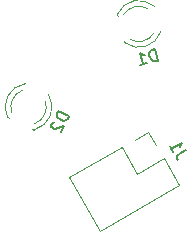
<source format=gbr>
%TF.GenerationSoftware,KiCad,Pcbnew,9.0.0*%
%TF.CreationDate,2025-05-05T09:11:19-07:00*%
%TF.ProjectId,DC33_Cnet_Badge_SAO,44433333-5f43-46e6-9574-5f4261646765,rev?*%
%TF.SameCoordinates,Original*%
%TF.FileFunction,Legend,Bot*%
%TF.FilePolarity,Positive*%
%FSLAX46Y46*%
G04 Gerber Fmt 4.6, Leading zero omitted, Abs format (unit mm)*
G04 Created by KiCad (PCBNEW 9.0.0) date 2025-05-05 09:11:19*
%MOMM*%
%LPD*%
G01*
G04 APERTURE LIST*
%ADD10C,0.150000*%
%ADD11C,0.120000*%
G04 APERTURE END LIST*
D10*
X151204696Y-104178755D02*
X150298388Y-103756137D01*
X150298388Y-103756137D02*
X150197765Y-103971925D01*
X150197765Y-103971925D02*
X150180548Y-104121522D01*
X150180548Y-104121522D02*
X150226614Y-104248086D01*
X150226614Y-104248086D02*
X150292804Y-104331493D01*
X150292804Y-104331493D02*
X150445310Y-104455149D01*
X150445310Y-104455149D02*
X150574782Y-104515523D01*
X150574782Y-104515523D02*
X150767537Y-104552865D01*
X150767537Y-104552865D02*
X150873977Y-104549956D01*
X150873977Y-104549956D02*
X151000541Y-104503891D01*
X151000541Y-104503891D02*
X151104072Y-104394543D01*
X151104072Y-104394543D02*
X151204696Y-104178755D01*
X149982210Y-104659537D02*
X149918927Y-104682570D01*
X149918927Y-104682570D02*
X149835520Y-104748760D01*
X149835520Y-104748760D02*
X149734897Y-104964547D01*
X149734897Y-104964547D02*
X149737805Y-105070987D01*
X149737805Y-105070987D02*
X149760838Y-105134269D01*
X149760838Y-105134269D02*
X149827028Y-105217676D01*
X149827028Y-105217676D02*
X149913343Y-105257926D01*
X149913343Y-105257926D02*
X150062941Y-105275142D01*
X150062941Y-105275142D02*
X150822327Y-104998748D01*
X150822327Y-104998748D02*
X150560706Y-105559796D01*
X158723490Y-99478728D02*
X158464671Y-98512802D01*
X158464671Y-98512802D02*
X158234689Y-98574426D01*
X158234689Y-98574426D02*
X158109024Y-98657396D01*
X158109024Y-98657396D02*
X158041681Y-98774039D01*
X158041681Y-98774039D02*
X158020334Y-98878356D01*
X158020334Y-98878356D02*
X158023636Y-99074667D01*
X158023636Y-99074667D02*
X158060610Y-99212656D01*
X158060610Y-99212656D02*
X158155905Y-99384318D01*
X158155905Y-99384318D02*
X158226551Y-99463986D01*
X158226551Y-99463986D02*
X158343194Y-99531329D01*
X158343194Y-99531329D02*
X158493508Y-99540352D01*
X158493508Y-99540352D02*
X158723490Y-99478728D01*
X157251603Y-99873119D02*
X157803561Y-99725222D01*
X157527582Y-99799171D02*
X157268763Y-98833245D01*
X157268763Y-98833245D02*
X157397730Y-98946585D01*
X157397730Y-98946585D02*
X157514372Y-99013928D01*
X157514372Y-99013928D02*
X157618690Y-99035275D01*
X161114411Y-107051264D02*
X160495821Y-107408407D01*
X160495821Y-107408407D02*
X160395913Y-107521075D01*
X160395913Y-107521075D02*
X160361053Y-107651173D01*
X160361053Y-107651173D02*
X160391243Y-107798700D01*
X160391243Y-107798700D02*
X160438862Y-107881179D01*
X159748385Y-106685239D02*
X160034100Y-107180110D01*
X159891242Y-106932675D02*
X160757268Y-106432675D01*
X160757268Y-106432675D02*
X160681169Y-106586582D01*
X160681169Y-106586582D02*
X160646309Y-106716679D01*
X160646309Y-106716679D02*
X160652689Y-106822967D01*
D11*
%TO.C,D2*%
X146159790Y-104361945D02*
X146018406Y-104296016D01*
X148258799Y-105340728D02*
X148117415Y-105274800D01*
X146379146Y-103891535D02*
G75*
G02*
X147259223Y-102004589I1418741J487003D01*
G01*
X149482197Y-102344721D02*
G75*
G02*
X148258360Y-105340524I-1684310J-1059811D01*
G01*
X146018845Y-104296221D02*
G75*
G02*
X147527096Y-101433042I1779042J891689D01*
G01*
X149216552Y-102917307D02*
G75*
G02*
X148336770Y-104804391I-1418665J-487225D01*
G01*
%TO.C,D1*%
X155340357Y-95731858D02*
X155299981Y-95581173D01*
X155939782Y-97968942D02*
X155899406Y-97818257D01*
X155300106Y-95581641D02*
G75*
G02*
X158462913Y-94896612I1826620J-789659D01*
G01*
X158411863Y-97144878D02*
G75*
G02*
X156400759Y-97683920I-1285137J773578D01*
G01*
X159021242Y-96980323D02*
G75*
G02*
X155939657Y-97968474I-1894516J609023D01*
G01*
X155841710Y-95597520D02*
G75*
G02*
X157852898Y-95058793I1285016J-773780D01*
G01*
%TO.C,J1*%
X160528528Y-110006846D02*
X153825491Y-113876846D01*
X156976862Y-109055180D02*
X155676862Y-106803514D01*
X158593528Y-106655328D02*
X157928528Y-105503514D01*
X155676862Y-106803514D02*
X151225491Y-109373514D01*
X153825491Y-113876846D02*
X151225491Y-109373514D01*
X160528528Y-110006846D02*
X159228528Y-107755180D01*
X157928528Y-105503514D02*
X156776714Y-106168514D01*
X159228528Y-107755180D02*
X156976862Y-109055180D01*
%TD*%
M02*

</source>
